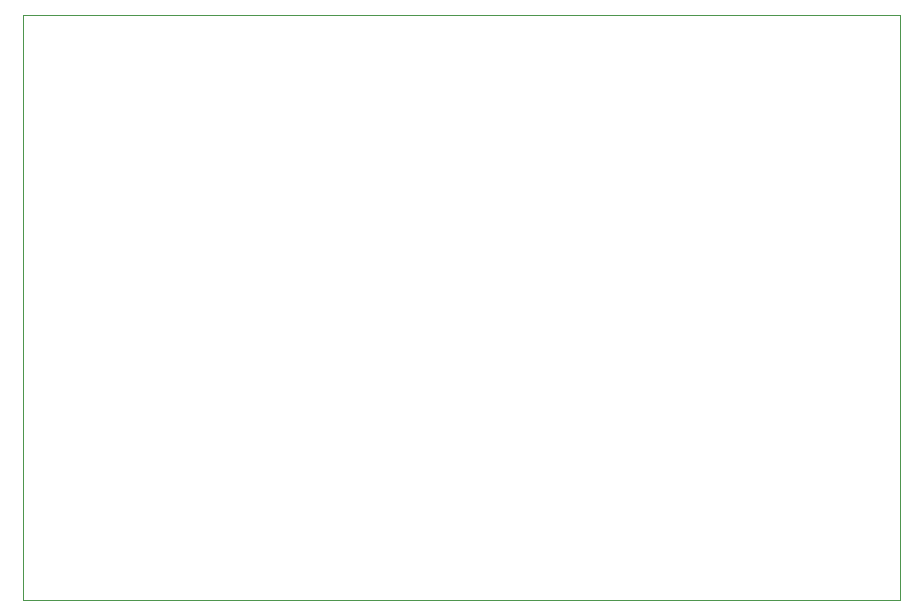
<source format=gbr>
G04 #@! TF.GenerationSoftware,KiCad,Pcbnew,(5.1.0-rc1-103-gc65c7d3de)*
G04 #@! TF.CreationDate,2019-08-30T11:30:51+02:00
G04 #@! TF.ProjectId,pinballControlUnit,70696e62-616c-46c4-936f-6e74726f6c55,rev?*
G04 #@! TF.SameCoordinates,Original*
G04 #@! TF.FileFunction,Profile,NP*
%FSLAX46Y46*%
G04 Gerber Fmt 4.6, Leading zero omitted, Abs format (unit mm)*
G04 Created by KiCad (PCBNEW (5.1.0-rc1-103-gc65c7d3de)) date 2019-08-30 11:30:51*
%MOMM*%
%LPD*%
G04 APERTURE LIST*
%ADD10C,0.100000*%
G04 APERTURE END LIST*
D10*
X62865000Y-62865000D02*
X62865000Y-62230000D01*
X62865000Y-111760000D02*
X62865000Y-62865000D01*
X66040000Y-111760000D02*
X62865000Y-111760000D01*
X137160000Y-111760000D02*
X66040000Y-111760000D01*
X137160000Y-62230000D02*
X137160000Y-111760000D01*
X62865000Y-62230000D02*
X137160000Y-62230000D01*
M02*

</source>
